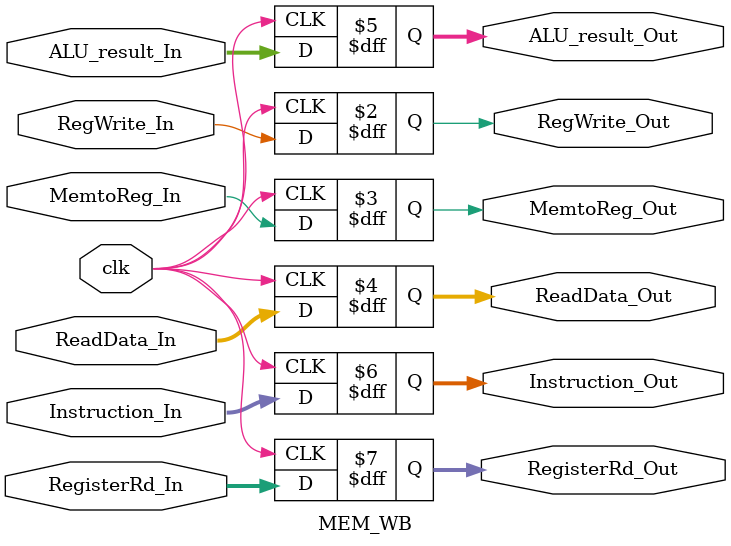
<source format=v>
`timescale 1ns / 1ps


module MEM_WB(clk, RegWrite_In, MemtoReg_In, ReadData_In, ALU_result_In, Instruction_In, RegisterRd_In,
RegWrite_Out, MemtoReg_Out, ReadData_Out, ALU_result_Out, Instruction_Out, RegisterRd_Out);

input clk;

input RegWrite_In, MemtoReg_In;
input [63:0] ReadData_In, ALU_result_In; 
input [4:0] Instruction_In, RegisterRd_In;

output reg RegWrite_Out, MemtoReg_Out;
output reg [63:0] ReadData_Out, ALU_result_Out; 
output reg [4:0] Instruction_Out, RegisterRd_Out;

always@(posedge clk) //Execute Block on the rising edge 0->1
begin
    RegWrite_Out <= RegWrite_In;
    MemtoReg_Out <= MemtoReg_In;
    ReadData_Out <= ReadData_In;
    ALU_result_Out <= ALU_result_In;
    Instruction_Out <= Instruction_In;
    RegisterRd_Out <= RegisterRd_In;
end  

endmodule

</source>
